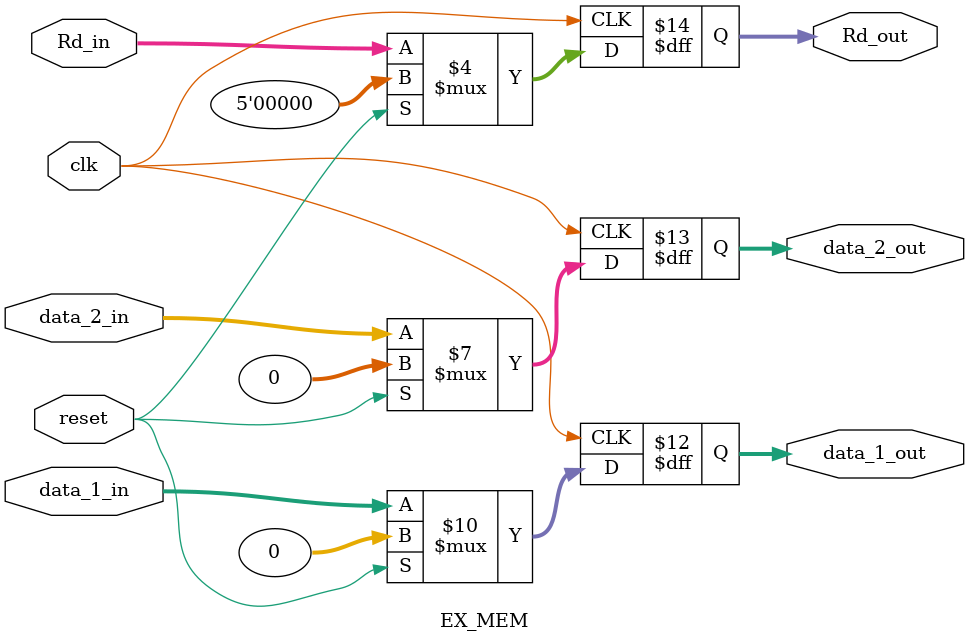
<source format=v>
module EX_MEM (
	input wire clk,
	input wire reset,
	input wire [31:0] data_1_in,
	input wire [31:0] data_2_in,
	input wire [4:0] 	Rd_in,
	output reg [31:0] data_1_out,
	output reg [31:0] data_2_out,
	output reg [4:0] 	Rd_out);
	
	always @(posedge clk) begin
		if (reset == 1'b1) begin
			data_1_out = 0;
			data_2_out = 0;
			Rd_out = 0;
		end else begin
			data_1_out = data_1_in;
			data_2_out = data_2_in;
			Rd_out = Rd_in;
		end
	end
endmodule 
</source>
